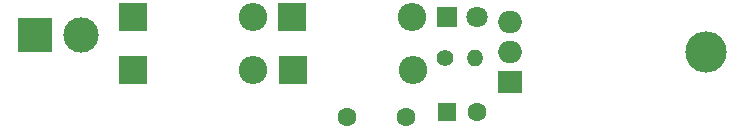
<source format=gbr>
%TF.GenerationSoftware,KiCad,Pcbnew,8.0.6*%
%TF.CreationDate,2024-11-04T20:56:58+05:30*%
%TF.ProjectId,power_supply_kicad,706f7765-725f-4737-9570-706c795f6b69,rev?*%
%TF.SameCoordinates,Original*%
%TF.FileFunction,Soldermask,Top*%
%TF.FilePolarity,Negative*%
%FSLAX46Y46*%
G04 Gerber Fmt 4.6, Leading zero omitted, Abs format (unit mm)*
G04 Created by KiCad (PCBNEW 8.0.6) date 2024-11-04 20:56:58*
%MOMM*%
%LPD*%
G01*
G04 APERTURE LIST*
%ADD10C,1.600000*%
%ADD11R,3.000000X3.000000*%
%ADD12C,3.000000*%
%ADD13R,1.600000X1.600000*%
%ADD14C,1.400000*%
%ADD15O,1.400000X1.400000*%
%ADD16O,3.500000X3.500000*%
%ADD17R,2.000000X1.905000*%
%ADD18O,2.000000X1.905000*%
%ADD19R,1.800000X1.800000*%
%ADD20C,1.800000*%
%ADD21R,2.400000X2.400000*%
%ADD22O,2.400000X2.400000*%
G04 APERTURE END LIST*
D10*
%TO.C,C2*%
X140500000Y-65500000D03*
X145500000Y-65500000D03*
%TD*%
D11*
%TO.C,J1*%
X114120000Y-58500000D03*
D12*
X118000000Y-58500000D03*
%TD*%
D13*
%TO.C,C1*%
X149000000Y-65000000D03*
D10*
X151500000Y-65000000D03*
%TD*%
D14*
%TO.C,R1*%
X148780000Y-60500000D03*
D15*
X151320000Y-60500000D03*
%TD*%
D16*
%TO.C,U1*%
X170930000Y-60000000D03*
D17*
X154270000Y-62540000D03*
D18*
X154270000Y-60000000D03*
X154270000Y-57460000D03*
%TD*%
D19*
%TO.C,D5*%
X148960000Y-57000000D03*
D20*
X151500000Y-57000000D03*
%TD*%
D21*
%TO.C,D4*%
X135920000Y-61500000D03*
D22*
X146080000Y-61500000D03*
%TD*%
D21*
%TO.C,D1*%
X135840000Y-57000000D03*
D22*
X146000000Y-57000000D03*
%TD*%
D21*
%TO.C,D2*%
X122340000Y-61500000D03*
D22*
X132500000Y-61500000D03*
%TD*%
D21*
%TO.C,D3*%
X122340000Y-57000000D03*
D22*
X132500000Y-57000000D03*
%TD*%
M02*

</source>
